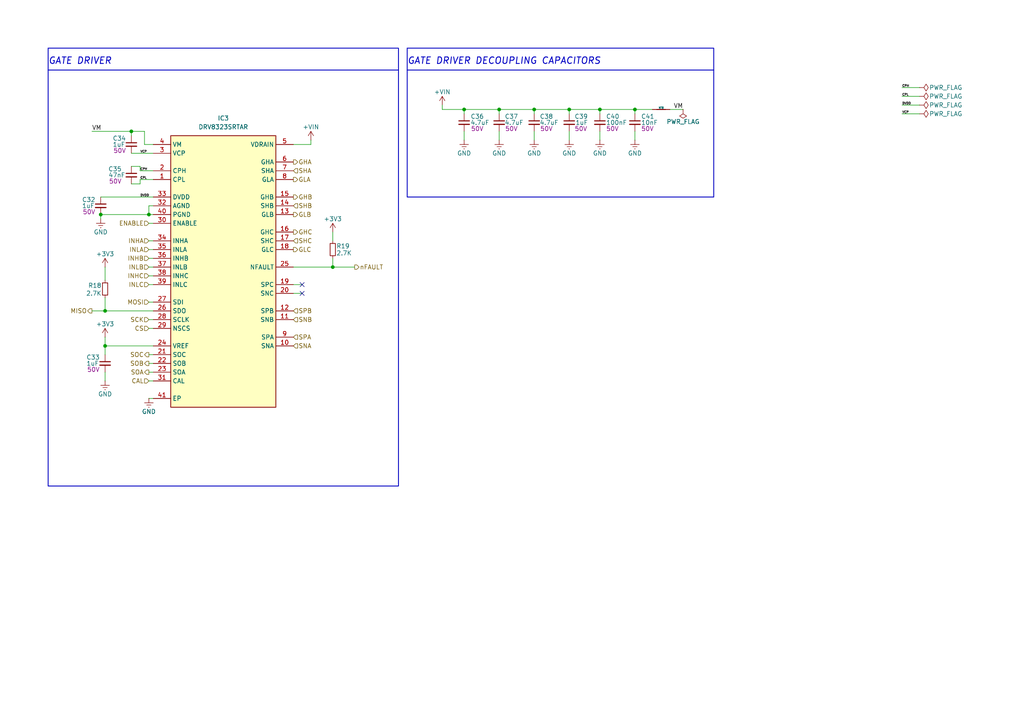
<source format=kicad_sch>
(kicad_sch (version 20231120) (generator "eeschema") (generator_version "8.0")
  (paper "A4")
  (lib_symbols
    (symbol "Device:C_Small" (pin_numbers hide) (pin_names (offset 0.254) hide)
      (property "Reference" "C" (at 0.254 1.778 0))
      (property "Value" "C_Small" (at 0.254 -2.032 0))
      (symbol "C_Small_0_1"
        (polyline (pts (xy -1.524 -0.508) (xy 1.524 -0.508)) (stroke (width 0.3302)))
        (polyline (pts (xy -1.524 0.508) (xy 1.524 0.508)) (stroke (width 0.3048)))
      )
      (symbol "C_Small_1_1"
        (pin passive line (at 0 2.54 270) (length 2.032) (name "~") (number "1"))
        (pin passive line (at 0 -2.54 90) (length 2.032) (name "~") (number "2"))
      )
    )
    (symbol "Device:NetTie_2" (pin_numbers hide) (pin_names (offset 0) hide) (in_bom no)
      (property "Reference" "NT" (at 0 1.27 0))
      (property "Value" "NetTie_2" (at 0 -1.27 0))
      (symbol "NetTie_2_0_1"
        (polyline (pts (xy -1.27 0) (xy 1.27 0)) (stroke (width 0.254)))
      )
      (symbol "NetTie_2_1_1"
        (pin passive line (at -2.54 0 0) (length 2.54) (name "1") (number "1"))
        (pin passive line (at 2.54 0 180) (length 2.54) (name "2") (number "2"))
      )
    )
    (symbol "Device:R_Small" (pin_numbers hide) (pin_names (offset 0.254) hide)
      (property "Reference" "R" (at 0.762 0.508 0))
      (property "Value" "R_Small" (at 0.762 -1.016 0))
      (symbol "R_Small_0_1"
        (rectangle (start -0.762 1.778) (end 0.762 -1.778) (stroke (width 0.2032)))
      )
      (symbol "R_Small_1_1"
        (pin passive line (at 0 2.54 270) (length 0.762) (name "~") (number "1"))
        (pin passive line (at 0 -2.54 90) (length 0.762) (name "~") (number "2"))
      )
    )
    (symbol "My_Symbol_Lib:DRV8323SRTAR"
      (property "Reference" "IC" (at 5.842 11.938 0))
      (property "Value" "DRV8323SRTAR" (at 11.938 -69.088 0))
      (symbol "DRV8323SRTAR_1_1"
        (rectangle (start 5.08 10.16) (end 35.56 -68.58) (stroke (width 0.254)) (fill (type background)))
        (pin power_in line (at 0 -2.54 0) (length 5.08) (name "CPL") (number "1"))
        (pin input line (at 40.64 -50.8 180) (length 5.08) (name "SNA") (number "10"))
        (pin input line (at 40.64 -43.18 180) (length 5.08) (name "SNB") (number "11"))
        (pin input line (at 40.64 -40.64 180) (length 5.08) (name "SPB") (number "12"))
        (pin output line (at 40.64 -12.7 180) (length 5.08) (name "GLB") (number "13"))
        (pin input line (at 40.64 -10.16 180) (length 5.08) (name "SHB") (number "14"))
        (pin output line (at 40.64 -7.62 180) (length 5.08) (name "GHB") (number "15"))
        (pin output line (at 40.64 -17.78 180) (length 5.08) (name "GHC") (number "16"))
        (pin input line (at 40.64 -20.32 180) (length 5.08) (name "SHC") (number "17"))
        (pin output line (at 40.64 -22.86 180) (length 5.08) (name "GLC") (number "18"))
        (pin input line (at 40.64 -33.02 180) (length 5.08) (name "SPC") (number "19"))
        (pin power_in line (at 0 0 0) (length 5.08) (name "CPH") (number "2"))
        (pin input line (at 40.64 -35.56 180) (length 5.08) (name "SNC") (number "20"))
        (pin output line (at 0 -53.34 0) (length 5.08) (name "SOC") (number "21"))
        (pin output line (at 0 -55.88 0) (length 5.08) (name "SOB") (number "22"))
        (pin output line (at 0 -58.42 0) (length 5.08) (name "SOA") (number "23"))
        (pin power_in line (at 0 -50.8 0) (length 5.08) (name "VREF") (number "24"))
        (pin passive line (at 40.64 -27.94 180) (length 5.08) (name "NFAULT") (number "25"))
        (pin passive line (at 0 -40.64 0) (length 5.08) (name "SDO") (number "26"))
        (pin input line (at 0 -38.1 0) (length 5.08) (name "SDI") (number "27"))
        (pin input line (at 0 -43.18 0) (length 5.08) (name "SCLK") (number "28"))
        (pin input line (at 0 -45.72 0) (length 5.08) (name "NSCS") (number "29"))
        (pin power_in line (at 0 5.08 0) (length 5.08) (name "VCP") (number "3"))
        (pin input line (at 0 -15.24 0) (length 5.08) (name "ENABLE") (number "30"))
        (pin input line (at 0 -60.96 0) (length 5.08) (name "CAL") (number "31"))
        (pin power_in line (at 0 -10.16 0) (length 5.08) (name "AGND") (number "32"))
        (pin power_in line (at 0 -7.62 0) (length 5.08) (name "DVDD") (number "33"))
        (pin input line (at 0 -20.32 0) (length 5.08) (name "INHA") (number "34"))
        (pin input line (at 0 -22.86 0) (length 5.08) (name "INLA") (number "35"))
        (pin input line (at 0 -25.4 0) (length 5.08) (name "INHB") (number "36"))
        (pin input line (at 0 -27.94 0) (length 5.08) (name "INLB") (number "37"))
        (pin input line (at 0 -30.48 0) (length 5.08) (name "INHC") (number "38"))
        (pin input line (at 0 -33.02 0) (length 5.08) (name "INLC") (number "39"))
        (pin power_in line (at 0 7.62 0) (length 5.08) (name "VM") (number "4"))
        (pin power_in line (at 0 -12.7 0) (length 5.08) (name "PGND") (number "40"))
        (pin power_in line (at 0 -66.04 0) (length 5.08) (name "EP") (number "41"))
        (pin input line (at 40.64 7.62 180) (length 5.08) (name "VDRAIN") (number "5"))
        (pin output line (at 40.64 2.54 180) (length 5.08) (name "GHA") (number "6"))
        (pin input line (at 40.64 0 180) (length 5.08) (name "SHA") (number "7"))
        (pin output line (at 40.64 -2.54 180) (length 5.08) (name "GLA") (number "8"))
        (pin input line (at 40.64 -48.26 180) (length 5.08) (name "SPA") (number "9"))
      )
    )
    (symbol "power:Earth" (power) (pin_numbers hide) (pin_names (offset 0) hide)
      (property "Value" "Earth" (at 0 -3.81 0))
      (symbol "Earth_0_1"
        (polyline (pts (xy -0.635 -1.905) (xy 0.635 -1.905)))
        (polyline (pts (xy -0.127 -2.54) (xy 0.127 -2.54)))
        (polyline (pts (xy 0 -1.27) (xy 0 0)))
        (polyline (pts (xy 1.27 -1.27) (xy -1.27 -1.27)))
      )
      (symbol "Earth_1_1"
        (pin power_in line (at 0 0 270) (length 0) (name "~") (number "1"))
      )
    )
    (symbol "power:PWR_FLAG" (power) (pin_numbers hide) (pin_names (offset 0) hide)
      (property "Value" "PWR_FLAG" (at 0 3.81 0))
      (symbol "PWR_FLAG_0_0"
        (pin power_out line (at 0 0 90) (length 0) (name "~") (number "1"))
      )
      (symbol "PWR_FLAG_0_1"
        (polyline (pts (xy 0 0) (xy 0 1.27) (xy -1.016 1.905) (xy 0 2.54) (xy 1.016 1.905) (xy 0 1.27)))
      )
    )
    (symbol "power:VCC" (power) (pin_numbers hide) (pin_names (offset 0) hide)
      (property "Value" "VCC" (at 0 3.556 0))
      (symbol "VCC_0_1"
        (polyline (pts (xy -0.762 1.27) (xy 0 2.54)))
        (polyline (pts (xy 0 0) (xy 0 2.54)))
        (polyline (pts (xy 0 2.54) (xy 0.762 1.27)))
      )
      (symbol "VCC_1_1"
        (pin power_in line (at 0 0 90) (length 0) (name "~") (number "1"))
      )
    )
  )
  (junction (at 154.94 31.75))
  (junction (at 30.48 90.17))
  (junction (at 173.99 31.75))
  (junction (at 96.52 77.47))
  (junction (at 30.48 100.33))
  (junction (at 29.21 62.23))
  (junction (at 43.18 62.23))
  (junction (at 144.78 31.75))
  (junction (at 134.62 31.75))
  (junction (at 165.1 31.75))
  (junction (at 38.1 38.1))
  (junction (at 184.15 31.75))
  (no_connect (at 87.63 82.55))
  (no_connect (at 87.63 85.09))
  (wire (pts (xy 30.48 110.49) (xy 30.48 107.95)))
  (wire (pts (xy 43.18 59.69) (xy 43.18 62.23)))
  (wire (pts (xy 261.62 27.94) (xy 266.7 27.94)))
  (wire (pts (xy 40.64 52.07) (xy 44.45 52.07)))
  (polyline (pts (xy 13.97 20.32) (xy 115.57 20.32)) (stroke (width 0.254)))
  (wire (pts (xy 30.48 86.36) (xy 30.48 90.17)))
  (wire (pts (xy 43.18 72.39) (xy 44.45 72.39)))
  (wire (pts (xy 29.21 62.23) (xy 43.18 62.23)))
  (wire (pts (xy 30.48 77.47) (xy 30.48 81.28)))
  (wire (pts (xy 173.99 38.1) (xy 173.99 40.64)))
  (wire (pts (xy 134.62 31.75) (xy 134.62 33.02)))
  (wire (pts (xy 43.18 110.49) (xy 44.45 110.49)))
  (wire (pts (xy 43.18 77.47) (xy 44.45 77.47)))
  (wire (pts (xy 43.18 115.57) (xy 44.45 115.57)))
  (wire (pts (xy 29.21 57.15) (xy 44.45 57.15)))
  (wire (pts (xy 43.18 102.87) (xy 44.45 102.87)))
  (wire (pts (xy 96.52 67.31) (xy 96.52 69.85)))
  (wire (pts (xy 41.91 41.91) (xy 41.91 38.1)))
  (wire (pts (xy 128.27 31.75) (xy 134.62 31.75)))
  (wire (pts (xy 96.52 74.93) (xy 96.52 77.47)))
  (wire (pts (xy 85.09 85.09) (xy 87.63 85.09)))
  (wire (pts (xy 29.21 62.23) (xy 29.21 63.5)))
  (wire (pts (xy 43.18 87.63) (xy 44.45 87.63)))
  (wire (pts (xy 43.18 95.25) (xy 44.45 95.25)))
  (wire (pts (xy 85.09 82.55) (xy 87.63 82.55)))
  (wire (pts (xy 165.1 38.1) (xy 165.1 40.64)))
  (wire (pts (xy 43.18 80.01) (xy 44.45 80.01)))
  (wire (pts (xy 144.78 38.1) (xy 144.78 40.64)))
  (wire (pts (xy 165.1 31.75) (xy 173.99 31.75)))
  (wire (pts (xy 38.1 53.34) (xy 40.64 53.34)))
  (wire (pts (xy 102.87 77.47) (xy 96.52 77.47)))
  (wire (pts (xy 184.15 31.75) (xy 189.23 31.75)))
  (wire (pts (xy 43.18 74.93) (xy 44.45 74.93)))
  (wire (pts (xy 30.48 90.17) (xy 44.45 90.17)))
  (wire (pts (xy 41.91 41.91) (xy 44.45 41.91)))
  (wire (pts (xy 38.1 38.1) (xy 38.1 39.37)))
  (wire (pts (xy 40.64 48.26) (xy 38.1 48.26)))
  (wire (pts (xy 44.45 59.69) (xy 43.18 59.69)))
  (wire (pts (xy 165.1 31.75) (xy 165.1 33.02)))
  (wire (pts (xy 173.99 33.02) (xy 173.99 31.75)))
  (wire (pts (xy 30.48 97.79) (xy 30.48 100.33)))
  (wire (pts (xy 85.09 41.91) (xy 90.17 41.91)))
  (wire (pts (xy 173.99 31.75) (xy 184.15 31.75)))
  (wire (pts (xy 85.09 77.47) (xy 96.52 77.47)))
  (wire (pts (xy 40.64 49.53) (xy 40.64 48.26)))
  (wire (pts (xy 43.18 107.95) (xy 44.45 107.95)))
  (wire (pts (xy 41.91 38.1) (xy 38.1 38.1)))
  (wire (pts (xy 144.78 31.75) (xy 144.78 33.02)))
  (wire (pts (xy 154.94 38.1) (xy 154.94 40.64)))
  (wire (pts (xy 261.62 33.02) (xy 266.7 33.02)))
  (wire (pts (xy 90.17 40.64) (xy 90.17 41.91)))
  (wire (pts (xy 184.15 33.02) (xy 184.15 31.75)))
  (wire (pts (xy 194.31 31.75) (xy 198.12 31.75)))
  (polyline (pts (xy 118.11 20.32) (xy 207.01 20.32)) (stroke (width 0.254)))
  (wire (pts (xy 134.62 31.75) (xy 144.78 31.75)))
  (wire (pts (xy 30.48 102.87) (xy 30.48 100.33)))
  (wire (pts (xy 26.67 38.1) (xy 38.1 38.1)))
  (wire (pts (xy 26.67 90.17) (xy 30.48 90.17)))
  (wire (pts (xy 43.18 69.85) (xy 44.45 69.85)))
  (wire (pts (xy 40.64 53.34) (xy 40.64 52.07)))
  (wire (pts (xy 43.18 64.77) (xy 44.45 64.77)))
  (wire (pts (xy 184.15 38.1) (xy 184.15 40.64)))
  (wire (pts (xy 40.64 49.53) (xy 44.45 49.53)))
  (wire (pts (xy 261.62 25.4) (xy 266.7 25.4)))
  (wire (pts (xy 43.18 82.55) (xy 44.45 82.55)))
  (wire (pts (xy 43.18 92.71) (xy 44.45 92.71)))
  (wire (pts (xy 128.27 31.75) (xy 128.27 30.48)))
  (wire (pts (xy 154.94 31.75) (xy 165.1 31.75)))
  (wire (pts (xy 43.18 105.41) (xy 44.45 105.41)))
  (wire (pts (xy 134.62 40.64) (xy 134.62 38.1)))
  (wire (pts (xy 154.94 31.75) (xy 154.94 33.02)))
  (wire (pts (xy 30.48 100.33) (xy 44.45 100.33)))
  (wire (pts (xy 43.18 62.23) (xy 44.45 62.23)))
  (wire (pts (xy 38.1 44.45) (xy 44.45 44.45)))
  (wire (pts (xy 144.78 31.75) (xy 154.94 31.75)))
  (wire (pts (xy 261.62 30.48) (xy 266.7 30.48)))
  (rectangle (start 118.11 13.97) (end 207.01 57.15) (stroke (width 0.254)))
  (rectangle (start 13.97 13.97) (end 115.57 140.97) (stroke (width 0.254)))
  (text "GATE DRIVER" (at 13.97 17.78 0) (effects (font (size 1.905 1.905) (thickness 0.254) (bold yes) (italic yes)) (justify left)))
  (text "GATE DRIVER DECOUPLING CAPACITORS" (at 118.11 17.78 0) (effects (font (size 1.905 1.905) (thickness 0.254) (bold yes) (italic yes)) (justify left)))
  (label "VM" (at 26.67 38.1 0))
  (label "CPH" (at 261.62 25.4 0) (effects (font (size 0.635 0.635))))
  (label "VCP" (at 40.64 44.45 0) (effects (font (size 0.635 0.635))))
  (label "DVDD" (at 40.64 57.15 0) (effects (font (size 0.635 0.635))))
  (label "CPH" (at 40.64 49.53 0) (effects (font (size 0.635 0.635))))
  (label "DVDD" (at 261.62 30.48 0) (effects (font (size 0.635 0.635))))
  (label "CPL" (at 261.62 27.94 0) (effects (font (size 0.635 0.635))))
  (label "VCP" (at 261.62 33.02 0) (effects (font (size 0.635 0.635))))
  (label "VM" (at 198.12 31.75 180))
  (label "CPL" (at 40.64 52.07 0) (effects (font (size 0.635 0.635))))
  (hierarchical_label "SPB" (shape input) (at 85.09 90.17 0))
  (hierarchical_label "GHC" (shape output) (at 85.09 67.31 0))
  (hierarchical_label "GHA" (shape output) (at 85.09 46.99 0))
  (hierarchical_label "GLC" (shape output) (at 85.09 72.39 0))
  (hierarchical_label "MISO" (shape output) (at 26.67 90.17 180))
  (hierarchical_label "GLA" (shape output) (at 85.09 52.07 0))
  (hierarchical_label "CS" (shape input) (at 43.18 95.25 180))
  (hierarchical_label "SHB" (shape input) (at 85.09 59.69 0))
  (hierarchical_label "INHB" (shape input) (at 43.18 74.93 180))
  (hierarchical_label "INHC" (shape input) (at 43.18 80.01 180))
  (hierarchical_label "SOA" (shape output) (at 43.18 107.95 180))
  (hierarchical_label "ENABLE" (shape input) (at 43.18 64.77 180))
  (hierarchical_label "CAL" (shape input) (at 43.18 110.49 180))
  (hierarchical_label "GLB" (shape output) (at 85.09 62.23 0))
  (hierarchical_label "SHA" (shape input) (at 85.09 49.53 0))
  (hierarchical_label "MOSI" (shape input) (at 43.18 87.63 180))
  (hierarchical_label "INLB" (shape input) (at 43.18 77.47 180))
  (hierarchical_label "SOC" (shape output) (at 43.18 102.87 180))
  (hierarchical_label "SNA" (shape input) (at 85.09 100.33 0))
  (hierarchical_label "nFAULT" (shape output) (at 102.87 77.47 0))
  (hierarchical_label "SOB" (shape output) (at 43.18 105.41 180))
  (hierarchical_label "SHC" (shape input) (at 85.09 69.85 0))
  (hierarchical_label "INHA" (shape input) (at 43.18 69.85 180))
  (hierarchical_label "INLA" (shape input) (at 43.18 72.39 180))
  (hierarchical_label "SNB" (shape input) (at 85.09 92.71 0))
  (hierarchical_label "SPA" (shape input) (at 85.09 97.79 0))
  (hierarchical_label "INLC" (shape input) (at 43.18 82.55 180))
  (hierarchical_label "GHB" (shape output) (at 85.09 57.15 0))
  (hierarchical_label "SCK" (shape input) (at 43.18 92.71 180))
  (symbol (lib_id "power:Earth") (at 30.48 110.49 0) (unit 1)
    (property "Reference" "#PWR061" (effects (hide yes)))
    (property "Value" "GND" (at 30.48 114.3 0))
    (property "Description" "Power symbol creates a global label with name \"Earth\"" (effects (hide yes)))
  )
  (symbol (lib_id "Device:C_Small") (at 173.99 35.56 0) (mirror y) (unit 1)
    (property "Reference" "C40" (at 175.768 33.782 0) (effects (justify right)))
    (property "Value" "100nF" (at 175.768 35.56 0) (effects (justify right)))
    (property "Footprint" "Capacitor_SMD:C_0603_1608Metric" (effects (hide yes)))
    (property "Description" "Unpolarized capacitor, small symbol" (effects (hide yes)))
    (property "Voltage" "50V" (at 175.768 37.338 0) (effects (justify right)))
    (property "Link" "https://ozdisan.com/pasif-komponentler/kapasitorler/smt-smd-ve-mlcc-kapasitorler/MCF03KTB500104/1057170" (effects (hide yes)))
    (property "Mfr.No" "MCF03KTB500104" (effects (hide yes)))
  )
  (symbol (lib_id "Device:C_Small") (at 154.94 35.56 0) (unit 1)
    (property "Reference" "C38" (at 158.496 33.782 0))
    (property "Value" "4.7uF" (at 159.258 35.56 0))
    (property "Footprint" "Capacitor_SMD:C_0805_2012Metric" (effects (hide yes)))
    (property "Description" "Unpolarized capacitor, small symbol" (effects (hide yes)))
    (property "Voltage" "50V" (at 158.496 37.338 0))
    (property "Link" "https://ozdisan.com/pasif-komponentler/kapasitorler/smt-smd-ve-mlcc-kapasitorler/GRM21BR61H475KE51L/1042516" (effects (hide yes)))
    (property "Mfr.No" "GRM21BR61H475KE51L" (effects (hide yes)))
  )
  (symbol (lib_id "Device:C_Small") (at 29.21 59.69 0) (mirror y) (unit 1)
    (property "Reference" "C32" (at 27.686 57.912 0) (effects (justify left)))
    (property "Value" "1uF" (at 27.432 59.69 0) (effects (justify left)))
    (property "Footprint" "Capacitor_SMD:C_0805_2012Metric" (effects (hide yes)))
    (property "Description" "Unpolarized capacitor, small symbol" (effects (hide yes)))
    (property "Voltage" "50V" (at 27.686 61.468 0) (effects (justify left)))
    (property "Link" "https://www.ozdisan.com/pasif-komponentler/kapasitorler/smt-smd-ve-mlcc-kapasitorler/CC0805KKX7R9BB105/750129" (effects (hide yes)))
    (property "Mfr.No" "CC0805KKX7R9BB105" (effects (hide yes)))
  )
  (symbol (lib_id "power:PWR_FLAG") (at 266.7 33.02 270) (unit 1)
    (property "Reference" "#FLG010" (effects (hide yes)))
    (property "Value" "PWR_FLAG" (at 274.32 33.02 90))
    (property "Description" "Special symbol for telling ERC where power comes from" (effects (hide yes)))
  )
  (symbol (lib_id "Device:C_Small") (at 30.48 105.41 0) (mirror y) (unit 1)
    (property "Reference" "C33" (at 28.956 103.632 0) (effects (justify left)))
    (property "Value" "1uF" (at 28.702 105.41 0) (effects (justify left)))
    (property "Footprint" "Capacitor_SMD:C_0805_2012Metric" (effects (hide yes)))
    (property "Description" "Unpolarized capacitor, small symbol" (effects (hide yes)))
    (property "Voltage" "50V" (at 28.956 107.188 0) (effects (justify left)))
    (property "Link" "https://www.ozdisan.com/pasif-komponentler/kapasitorler/smt-smd-ve-mlcc-kapasitorler/CC0805KKX7R9BB105/750129" (effects (hide yes)))
    (property "Mfr.No" "CC0805KKX7R9BB105" (effects (hide yes)))
  )
  (symbol (lib_id "Device:C_Small") (at 165.1 35.56 0) (unit 1)
    (property "Reference" "C39" (at 166.624 33.782 0) (effects (justify left)))
    (property "Value" "1uF" (at 166.878 35.56 0) (effects (justify left)))
    (property "Footprint" "Capacitor_SMD:C_0805_2012Metric" (effects (hide yes)))
    (property "Description" "Unpolarized capacitor, small symbol" (effects (hide yes)))
    (property "Voltage" "50V" (at 166.624 37.338 0) (effects (justify left)))
    (property "Link" "https://www.ozdisan.com/pasif-komponentler/kapasitorler/smt-smd-ve-mlcc-kapasitorler/CC0805KKX7R9BB105/750129" (effects (hide yes)))
    (property "Mfr.No" "CC0805KKX7R9BB105" (effects (hide yes)))
  )
  (symbol (lib_id "Device:R_Small") (at 96.52 72.39 0) (unit 1)
    (property "Reference" "R19" (at 97.536 71.374 0) (effects (justify left)))
    (property "Value" "2.7K" (at 97.536 73.406 0) (effects (justify left)))
    (property "Footprint" "Resistor_SMD:R_0805_2012Metric" (effects (hide yes)))
    (property "Description" "Resistor, small symbol" (effects (hide yes)))
    (property "Link" "https://www.ozdisan.com/pasif-komponentler/direncler/smt-smd-ve-cip-direncler/0603SAJ0272T5E/346977" (effects (hide yes)))
    (property "Mfr.No" "0603SAJ0272T5E" (effects (hide yes)))
  )
  (symbol (lib_id "power:VCC") (at 30.48 97.79 0) (unit 1)
    (property "Reference" "#PWR060" (effects (hide yes)))
    (property "Value" "+3V3" (at 30.48 93.98 0))
    (property "Description" "Power symbol creates a global label with name \"VCC\"" (effects (hide yes)))
  )
  (symbol (lib_id "Device:NetTie_2") (at 191.77 31.75 0) (unit 1) (in_bom no)
    (property "Reference" "NT8" (at 191.77 31.242 0) (effects (font (size 0.508 0.508))))
    (property "Value" "NetTie_2" (effects (hide yes)))
    (property "Footprint" "NetTie:NetTie-2_SMD_Pad0.5mm" (effects (hide yes)))
    (property "Description" "Net tie, 2 pins" (effects (hide yes)))
  )
  (symbol (lib_id "Device:R_Small") (at 30.48 83.82 0) (mirror y) (unit 1)
    (property "Reference" "R18" (at 29.464 82.804 0) (effects (justify left)))
    (property "Value" "2.7K" (at 29.464 85.09 0) (effects (justify left)))
    (property "Footprint" "Resistor_SMD:R_0805_2012Metric" (effects (hide yes)))
    (property "Description" "Resistor, small symbol" (effects (hide yes)))
    (property "Link" "https://www.ozdisan.com/pasif-komponentler/direncler/smt-smd-ve-cip-direncler/0603SAJ0272T5E/346977" (effects (hide yes)))
    (property "Mfr.No" "0603SAJ0272T5E" (effects (hide yes)))
  )
  (symbol (lib_id "power:Earth") (at 173.99 40.64 0) (unit 1)
    (property "Reference" "#PWR070" (effects (hide yes)))
    (property "Value" "GND" (at 173.99 44.45 0))
    (property "Description" "Power symbol creates a global label with name \"Earth\"" (effects (hide yes)))
  )
  (symbol (lib_id "power:VCC") (at 128.27 30.48 0) (unit 1)
    (property "Reference" "#PWR065" (effects (hide yes)))
    (property "Value" "+VIN" (at 128.27 26.67 0))
    (property "Description" "Power symbol creates a global label with name \"VCC\"" (effects (hide yes)))
  )
  (symbol (lib_id "power:Earth") (at 154.94 40.64 0) (unit 1)
    (property "Reference" "#PWR068" (effects (hide yes)))
    (property "Value" "GND" (at 154.94 44.45 0))
    (property "Description" "Power symbol creates a global label with name \"Earth\"" (effects (hide yes)))
  )
  (symbol (lib_id "power:Earth") (at 134.62 40.64 0) (unit 1)
    (property "Reference" "#PWR066" (effects (hide yes)))
    (property "Value" "GND" (at 134.62 44.45 0))
    (property "Description" "Power symbol creates a global label with name \"Earth\"" (effects (hide yes)))
  )
  (symbol (lib_id "My_Symbol_Lib:DRV8323SRTAR") (at 44.45 49.53 0) (unit 1)
    (property "Reference" "IC3" (at 64.77 34.29 0))
    (property "Value" "DRV8323SRTAR" (at 64.77 36.83 0))
    (property "Footprint" "My_Footprint_Lib:WQFN-40" (effects (hide yes)))
    (property "Datasheet" "http://www.ti.com/lit/ds/symlink/drv8323.pdf" (effects (hide yes)))
    (property "Description" "Gate Drivers 60V Three-Phase Smart Gate Driver With Three Current Shunt Amplifiers 40-WQFN -40 to 125" (effects (hide yes)))
  )
  (symbol (lib_id "power:PWR_FLAG") (at 266.7 25.4 270) (unit 1)
    (property "Reference" "#FLG07" (effects (hide yes)))
    (property "Value" "PWR_FLAG" (at 274.32 25.4 90))
    (property "Description" "Special symbol for telling ERC where power comes from" (effects (hide yes)))
  )
  (symbol (lib_id "power:VCC") (at 30.48 77.47 0) (unit 1)
    (property "Reference" "#PWR059" (effects (hide yes)))
    (property "Value" "+3V3" (at 30.48 73.66 0))
    (property "Description" "Power symbol creates a global label with name \"VCC\"" (effects (hide yes)))
  )
  (symbol (lib_id "Device:C_Small") (at 184.15 35.56 0) (mirror y) (unit 1)
    (property "Reference" "C41" (at 185.928 33.782 0) (effects (justify right)))
    (property "Value" "10nF" (at 185.928 35.56 0) (effects (justify right)))
    (property "Footprint" "Capacitor_SMD:C_0603_1608Metric" (effects (hide yes)))
    (property "Description" "Unpolarized capacitor, small symbol" (effects (hide yes)))
    (property "Voltage" "50V" (at 185.928 37.338 0) (effects (justify right)))
    (property "Link" "https://ozdisan.com/pasif-komponentler/kapasitorler/smt-smd-ve-mlcc-kapasitorler/MCF03KTB500103/1057173" (effects (hide yes)))
    (property "Mfr.No" "MCF03KTB500103" (effects (hide yes)))
  )
  (symbol (lib_id "Device:C_Small") (at 38.1 41.91 0) (mirror y) (unit 1)
    (property "Reference" "C34" (at 36.576 40.132 0) (effects (justify left)))
    (property "Value" "1uF" (at 36.322 41.91 0) (effects (justify left)))
    (property "Footprint" "Capacitor_SMD:C_0805_2012Metric" (effects (hide yes)))
    (property "Description" "Unpolarized capacitor, small symbol" (effects (hide yes)))
    (property "Voltage" "50V" (at 36.576 43.688 0) (effects (justify left)))
    (property "Link" "https://www.ozdisan.com/pasif-komponentler/kapasitorler/smt-smd-ve-mlcc-kapasitorler/CC0805KKX7R9BB105/750129" (effects (hide yes)))
    (property "Mfr.No" "CC0805KKX7R9BB105" (effects (hide yes)))
  )
  (symbol (lib_id "Device:C_Small") (at 134.62 35.56 0) (unit 1)
    (property "Reference" "C36" (at 138.43 33.782 0))
    (property "Value" "4.7uF" (at 139.192 35.56 0))
    (property "Footprint" "Capacitor_SMD:C_0805_2012Metric" (effects (hide yes)))
    (property "Description" "Unpolarized capacitor, small symbol" (effects (hide yes)))
    (property "Voltage" "50V" (at 138.43 37.338 0))
    (property "Link" "https://ozdisan.com/pasif-komponentler/kapasitorler/smt-smd-ve-mlcc-kapasitorler/GRM21BR61H475KE51L/1042516" (effects (hide yes)))
    (property "Mfr.No" "GRM21BR61H475KE51L" (effects (hide yes)))
  )
  (symbol (lib_id "power:Earth") (at 43.18 115.57 0) (unit 1)
    (property "Reference" "#PWR062" (effects (hide yes)))
    (property "Value" "GND" (at 43.18 119.38 0))
    (property "Description" "Power symbol creates a global label with name \"Earth\"" (effects (hide yes)))
  )
  (symbol (lib_id "power:PWR_FLAG") (at 266.7 27.94 270) (unit 1)
    (property "Reference" "#FLG08" (effects (hide yes)))
    (property "Value" "PWR_FLAG" (at 274.32 27.94 90))
    (property "Description" "Special symbol for telling ERC where power comes from" (effects (hide yes)))
  )
  (symbol (lib_id "power:Earth") (at 184.15 40.64 0) (unit 1)
    (property "Reference" "#PWR071" (effects (hide yes)))
    (property "Value" "GND" (at 184.15 44.45 0))
    (property "Description" "Power symbol creates a global label with name \"Earth\"" (effects (hide yes)))
  )
  (symbol (lib_id "power:Earth") (at 165.1 40.64 0) (unit 1)
    (property "Reference" "#PWR069" (effects (hide yes)))
    (property "Value" "GND" (at 165.1 44.45 0))
    (property "Description" "Power symbol creates a global label with name \"Earth\"" (effects (hide yes)))
  )
  (symbol (lib_id "power:PWR_FLAG") (at 198.12 31.75 180) (unit 1)
    (property "Reference" "#FLG06" (effects (hide yes)))
    (property "Value" "PWR_FLAG" (at 198.12 35.306 0))
    (property "Description" "Special symbol for telling ERC where power comes from" (effects (hide yes)))
  )
  (symbol (lib_id "Device:C_Small") (at 144.78 35.56 0) (unit 1)
    (property "Reference" "C37" (at 148.336 33.782 0))
    (property "Value" "4.7uF" (at 149.098 35.56 0))
    (property "Footprint" "Capacitor_SMD:C_0805_2012Metric" (effects (hide yes)))
    (property "Description" "Unpolarized capacitor, small symbol" (effects (hide yes)))
    (property "Voltage" "50V" (at 148.336 37.338 0))
    (property "Link" "https://ozdisan.com/pasif-komponentler/kapasitorler/smt-smd-ve-mlcc-kapasitorler/GRM21BR61H475KE51L/1042516" (effects (hide yes)))
    (property "Mfr.No" "GRM21BR61H475KE51L" (effects (hide yes)))
  )
  (symbol (lib_id "power:Earth") (at 144.78 40.64 0) (unit 1)
    (property "Reference" "#PWR067" (effects (hide yes)))
    (property "Value" "GND" (at 144.78 44.45 0))
    (property "Description" "Power symbol creates a global label with name \"Earth\"" (effects (hide yes)))
  )
  (symbol (lib_id "Device:C_Small") (at 38.1 50.8 0) (unit 1)
    (property "Reference" "C35" (at 35.306 49.022 0) (effects (justify right)))
    (property "Value" "47nF" (at 36.322 50.8 0) (effects (justify right)))
    (property "Footprint" "Capacitor_SMD:C_0603_1608Metric" (effects (hide yes)))
    (property "Description" "Unpolarized capacitor, small symbol" (effects (hide yes)))
    (property "Voltage" "50V" (at 35.306 52.578 0) (effects (justify right)))
    (property "Link" "https://ozdisan.com/pasif-komponentler/kapasitorler/smt-smd-ve-mlcc-kapasitorler/CL10B473KB8NNNC/15506" (effects (hide yes)))
    (property "Mfr.No" "CL10B473KB8NNNC" (effects (hide yes)))
  )
  (symbol (lib_id "power:VCC") (at 96.52 67.31 0) (unit 1)
    (property "Reference" "#PWR064" (effects (hide yes)))
    (property "Value" "+3V3" (at 96.52 63.5 0))
    (property "Description" "Power symbol creates a global label with name \"VCC\"" (effects (hide yes)))
  )
  (symbol (lib_id "power:Earth") (at 29.21 63.5 0) (unit 1)
    (property "Reference" "#PWR058" (effects (hide yes)))
    (property "Value" "GND" (at 29.21 67.31 0))
    (property "Description" "Power symbol creates a global label with name \"Earth\"" (effects (hide yes)))
  )
  (symbol (lib_id "power:PWR_FLAG") (at 266.7 30.48 270) (unit 1)
    (property "Reference" "#FLG09" (effects (hide yes)))
    (property "Value" "PWR_FLAG" (at 274.32 30.48 90))
    (property "Description" "Special symbol for telling ERC where power comes from" (effects (hide yes)))
  )
  (symbol (lib_id "power:VCC") (at 90.17 40.64 0) (unit 1)
    (property "Reference" "#PWR063" (effects (hide yes)))
    (property "Value" "+VIN" (at 90.17 36.83 0))
    (property "Description" "Power symbol creates a global label with name \"VCC\"" (effects (hide yes)))
  )
)
</source>
